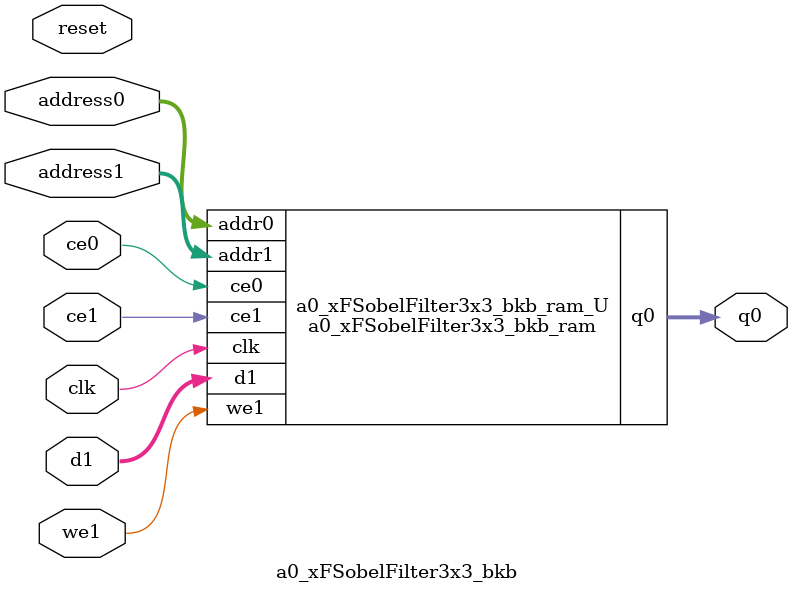
<source format=v>

`timescale 1 ns / 1 ps
module a0_xFSobelFilter3x3_bkb_ram (addr0, ce0, q0, addr1, ce1, d1, we1,  clk);

parameter DWIDTH = 8;
parameter AWIDTH = 10;
parameter MEM_SIZE = 640;

input[AWIDTH-1:0] addr0;
input ce0;
output reg[DWIDTH-1:0] q0;
input[AWIDTH-1:0] addr1;
input ce1;
input[DWIDTH-1:0] d1;
input we1;
input clk;

(* ram_style = "block" *)reg [DWIDTH-1:0] ram[0:MEM_SIZE-1];




always @(posedge clk)  
begin 
    if (ce0) 
    begin
            q0 <= ram[addr0];
    end
end


always @(posedge clk)  
begin 
    if (ce1) 
    begin
        if (we1) 
        begin 
            ram[addr1] <= d1; 
        end 
    end
end


endmodule


`timescale 1 ns / 1 ps
module a0_xFSobelFilter3x3_bkb(
    reset,
    clk,
    address0,
    ce0,
    q0,
    address1,
    ce1,
    we1,
    d1);

parameter DataWidth = 32'd8;
parameter AddressRange = 32'd640;
parameter AddressWidth = 32'd10;
input reset;
input clk;
input[AddressWidth - 1:0] address0;
input ce0;
output[DataWidth - 1:0] q0;
input[AddressWidth - 1:0] address1;
input ce1;
input we1;
input[DataWidth - 1:0] d1;



a0_xFSobelFilter3x3_bkb_ram a0_xFSobelFilter3x3_bkb_ram_U(
    .clk( clk ),
    .addr0( address0 ),
    .ce0( ce0 ),
    .q0( q0 ),
    .addr1( address1 ),
    .ce1( ce1 ),
    .d1( d1 ),
    .we1( we1 ));

endmodule


</source>
